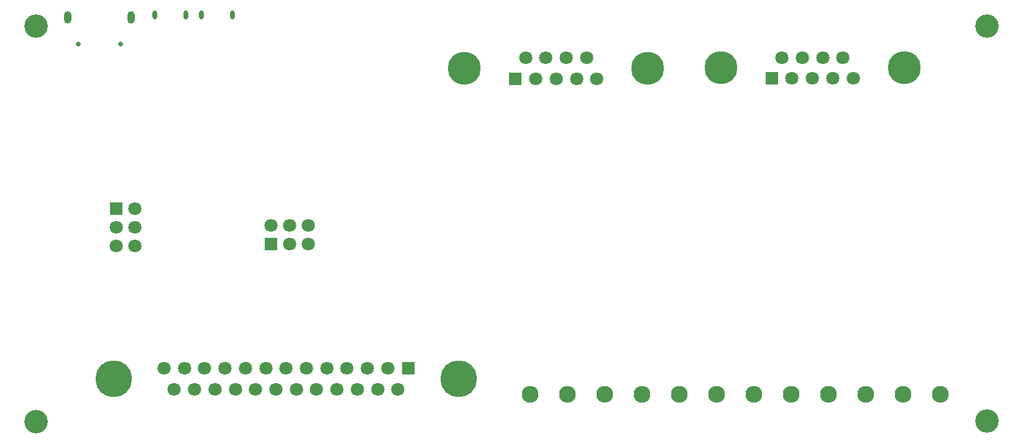
<source format=gbs>
G04 #@! TF.GenerationSoftware,KiCad,Pcbnew,8.0.6*
G04 #@! TF.CreationDate,2025-05-06T21:58:27+02:00*
G04 #@! TF.ProjectId,VCU2.0,56435532-2e30-42e6-9b69-6361645f7063,rev?*
G04 #@! TF.SameCoordinates,Original*
G04 #@! TF.FileFunction,Soldermask,Bot*
G04 #@! TF.FilePolarity,Negative*
%FSLAX46Y46*%
G04 Gerber Fmt 4.6, Leading zero omitted, Abs format (unit mm)*
G04 Created by KiCad (PCBNEW 8.0.6) date 2025-05-06 21:58:27*
%MOMM*%
%LPD*%
G01*
G04 APERTURE LIST*
%ADD10O,0.700000X1.200000*%
%ADD11C,1.800000*%
%ADD12R,1.800000X1.800000*%
%ADD13C,4.500000*%
%ADD14C,3.200000*%
%ADD15C,2.300000*%
%ADD16C,5.000000*%
%ADD17O,1.000000X1.700000*%
%ADD18C,0.649987*%
G04 APERTURE END LIST*
D10*
G04 #@! TO.C,U307*
X51697886Y-108961962D03*
X55998114Y-108961962D03*
G04 #@! TD*
G04 #@! TO.C,U306*
X45347886Y-108961962D03*
X49648114Y-108961962D03*
G04 #@! TD*
D11*
G04 #@! TO.C,U507*
X134965194Y-117647980D03*
X140505199Y-117647980D03*
X137735324Y-117647980D03*
X132195318Y-117647980D03*
D12*
X129425189Y-117647980D03*
D11*
X139120134Y-114808000D03*
X136350005Y-114808000D03*
X133580129Y-114808000D03*
X130810000Y-114808000D03*
D13*
X147465321Y-116227863D03*
X122465321Y-116227863D03*
G04 #@! TD*
D11*
G04 #@! TO.C,U506*
X100049470Y-117692490D03*
X105589475Y-117692490D03*
X102819600Y-117692490D03*
X97279594Y-117692490D03*
D12*
X94509465Y-117692490D03*
D11*
X104204410Y-114852510D03*
X101434281Y-114852510D03*
X98664405Y-114852510D03*
X95894276Y-114852510D03*
D13*
X112549597Y-116272373D03*
X87549597Y-116272373D03*
G04 #@! TD*
D11*
G04 #@! TO.C,H501*
X66294005Y-137667997D03*
X66294005Y-140208003D03*
X63754000Y-137667997D03*
X63754000Y-140208003D03*
X61213995Y-137667997D03*
D12*
X61213995Y-140208003D03*
G04 #@! TD*
D11*
G04 #@! TO.C,H302*
X42672006Y-140462005D03*
X40132000Y-140462005D03*
X42672006Y-137922000D03*
X40132000Y-137922000D03*
X42672006Y-135381995D03*
D12*
X40132000Y-135381995D03*
G04 #@! TD*
D14*
G04 #@! TO.C,H602*
X158750000Y-164365000D03*
G04 #@! TD*
G04 #@! TO.C,H603*
X29210000Y-110490000D03*
G04 #@! TD*
G04 #@! TO.C,H601*
X158750000Y-110490000D03*
G04 #@! TD*
D15*
G04 #@! TO.C,U504*
X142239990Y-160731988D03*
X147320000Y-160731988D03*
X152400010Y-160731988D03*
G04 #@! TD*
D16*
G04 #@! TO.C,U505*
X39745136Y-158600137D03*
X86785014Y-158600137D03*
D11*
X48030125Y-160020000D03*
X50800000Y-160020000D03*
X53570130Y-160020000D03*
X56340006Y-160020000D03*
X59110135Y-160020000D03*
X61880011Y-160020000D03*
X64650140Y-160020000D03*
X67420016Y-160020000D03*
X70190145Y-160020000D03*
X72960021Y-160020000D03*
X75730150Y-160020000D03*
X78500026Y-160020000D03*
X46645060Y-157180020D03*
X49415190Y-157180020D03*
X52185065Y-157180020D03*
X54954941Y-157180020D03*
X57725070Y-157180020D03*
X60494946Y-157180020D03*
X63265075Y-157180020D03*
X66035205Y-157180020D03*
X68805080Y-157180020D03*
X71574956Y-157180020D03*
X74345086Y-157180020D03*
X77114961Y-157180020D03*
D12*
X79885091Y-157180020D03*
G04 #@! TD*
D15*
G04 #@! TO.C,U501*
X96519990Y-160731988D03*
X101600000Y-160731988D03*
X106680010Y-160731988D03*
G04 #@! TD*
D14*
G04 #@! TO.C,H604*
X29210000Y-164465000D03*
G04 #@! TD*
D15*
G04 #@! TO.C,U503*
X126999990Y-160731988D03*
X132080000Y-160731988D03*
X137160010Y-160731988D03*
G04 #@! TD*
D17*
G04 #@! TO.C,U305*
X33528000Y-109347000D03*
X42167980Y-109347000D03*
D18*
X34957845Y-112996911D03*
X40737881Y-112996403D03*
G04 #@! TD*
D15*
G04 #@! TO.C,U502*
X111759990Y-160731988D03*
X116840000Y-160731988D03*
X121920010Y-160731988D03*
G04 #@! TD*
M02*

</source>
